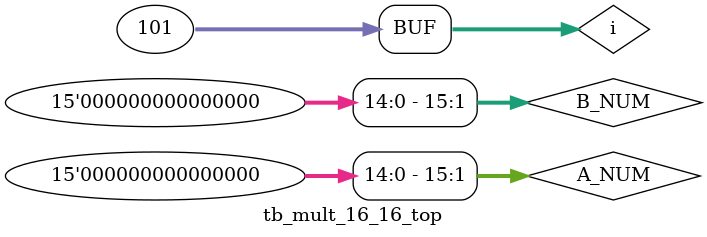
<source format=v>
`timescale 1ns / 1ps
module tb_mult_16_16_top();
    reg [15:0]  A_NUM   ;
    reg [15:0]  B_NUM   ;
    
    wire [31:0] C_NUM   ;
    integer i;
    initial begin
        A_NUM <= 16'h3524;  
        B_NUM <= 16'h5e81;  
    #20
        for(i=0;i<=100;i=i+1) begin
            #20
            A_NUM = $random;
            B_NUM = $random;
            
        end

        
/*  #20
        B_NUM <= 16'b1111_1010_1100_1000;
    #20
        B_NUM <= 16'b0111_1010_1100_1000;
        
    #20
        B_NUM <= 16'b1111_1010_0000_0001;
    #20
        B_NUM <= 16'b0111_1010_0000_1000; */
        
    end
    
    mult_16_16_top mult_16_16_top_inst(
        .A_NUM  (A_NUM),    //乘数
        .B_NUM  (B_NUM),    //被乘数

        .C_NUM  (C_NUM)     //积
    );
    
endmodule

</source>
